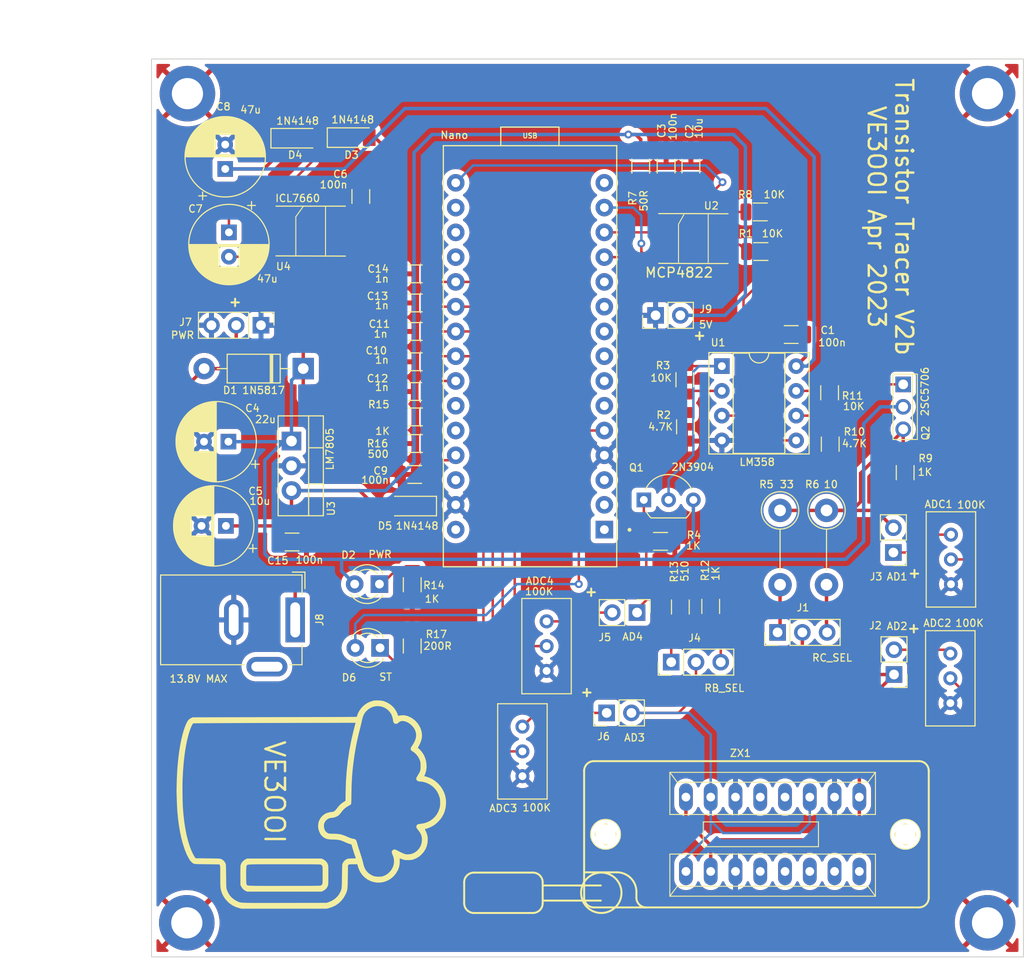
<source format=kicad_pcb>
(kicad_pcb (version 20211014) (generator pcbnew)
  (layers (0 "F.Cu" signal) (31 "B.Cu" signal) (34 "B.Paste" user) (35 "F.Paste" user) (36 "B.SilkS" user "B.Silkscreen") (37 "F.SilkS" user "F.Silkscreen") (38 "B.Mask" user) (39 "F.Mask" user) (44 "Edge.Cuts" user))
  (net 0 "")
  (net 1 "24V")
  (net 2 "GND")
  (net 3 "12V")
  (net 4 "5V")
  (net 7 "ADC1")
  (net 9 "ADC2")
  (net 11 "ADC3")
  (net 13 "ADC4")
  (net 15 "Net-(J1-Pad1)")
  (net 18 "Net-(R1-Pad1)")
  (net 20 "Net-(J1-Pad3)")
  (net 21 "VC_OUT")
  (net 25 "VB_OUT")
  (net 26 "Net-(Q1-Pad2)")
  (net 27 "Net-(Q2-Pad1)")
  (net 28 "Net-(R1-Pad2)")
  (net 29 "Net-(R2-Pad2)")
  (net 30 "Net-(R8-Pad2)")
  (net 31 "Net-(R10-Pad2)")
  (net 32 "LDAC")
  (net 33 "CS")
  (net 34 "SDI")
  (net 35 "SCK")
  (net 36 "Net-(C7-Pad1)")
  (net 37 "Net-(C7-Pad2)")
  (net 38 "Net-(C12-Pad1)")
  (net 43 "Net-(R8-Pad1)")
  (net 44 "DacPower")
  (net 45 "uCPower")
  (net 58 "VIN")
  (net 59 "Net-(J4-Pad3)")
  (net 60 "Net-(J4-Pad1)")
  (net 61 "Net-(D6-Pad2)")
  (net 62 "Net-(D6-Pad1)")
  (net 63 "Net-(D2-Pad1)")
  (net 64 "Net-(ADC4-Pad3)")
  (net 65 "Net-(ADC3-Pad3)")
  (net 66 "Net-(ADC2-Pad3)")
  (net 67 "Net-(ADC1-Pad3)")
  (net 68 "COLLECTOR{slash}DRAIN")
  (net 69 "BASE{slash}GATE")
  (footprint "Capacitor_SMD:C_1206_3216Metric" (layer "F.Cu") (at 77.6605 84.709 180)
    (fp_text reference "C13")
    (fp_text value "1n")
  )
  (footprint "Resistor_SMD:R_1206_3216Metric" (layer "F.Cu") (at 77.343 113.6035 90)
    (fp_text reference "R14")
    (fp_text value "1K")
  )
  (footprint "Diode_SMD:D_MiniMELF" (layer "F.Cu") (at 71.1835 67.7545)
    (fp_text reference "D3")
    (fp_text value "1N4148")
  )
  (footprint "Connector_BarrelJack:BarrelJack_GCT_DCJ200-10-A_Horizontal" (layer "F.Cu") (at 65.3415 117.206 -90)
    (fp_text reference "J8")
    (fp_text value "13.8V MAX")
  )
  (footprint "LED_THT:LED_D3.0mm" (layer "F.Cu") (at 73.9825 113.538 180)
    (fp_text reference "D2")
    (fp_text value "PWR")
  )
  (footprint "MountingHole:MountingHole_3.2mm_M3_ISO7380_Pad_TopBottom" (layer "F.Cu") (at 136.3345 148.2725)
    (fp_text reference "H2" hide)
    (fp_text value "MountingHole" hide)
  )
  (footprint "Capacitor_SMD:C_1206_3216Metric" (layer "F.Cu") (at 77.597 93.7895 180)
    (fp_text reference "C12")
    (fp_text value "1n")
  )
  (footprint "Package_TO_SOT_THT:TO-92_Inline_Wide" (layer "F.Cu") (at 101.092 104.902)
    (fp_text reference "Q1")
    (fp_text value "2N3904")
  )
  (footprint "MountingHole:MountingHole_3.2mm_M3_ISO7380_Pad_TopBottom" (layer "F.Cu") (at 54.229 148.2725)
    (fp_text reference "H2" hide)
    (fp_text value "MountingHole" hide)
  )
  (footprint "Resistor_SMD:R_1206_3216Metric" (layer "F.Cu") (at 105.2975 92.585 90)
    (fp_text reference "R3")
    (fp_text value "10K")
  )
  (footprint "Diode_THT:D_DO-41_SOD81_P10.16mm_Horizontal" (layer "F.Cu") (at 66.167 91.44 180)
    (fp_text reference "D1")
    (fp_text value "1N5817")
  )
  (footprint "Resistor_SMD:R_1206_3216Metric" (layer "F.Cu") (at 127.889 102.108 90)
    (fp_text reference "R9")
    (fp_text value "1K")
  )
  (footprint "Resistor_SMD:R_1206_3216Metric" (layer "F.Cu") (at 113.0935 79.4385)
    (fp_text reference "R1")
    (fp_text value "10K")
  )
  (footprint "Connector_PinHeader_2.54mm:PinHeader_1x02_P2.54mm_Vertical" (layer "F.Cu") (at 97.282 126.746 90)
    (fp_text reference "J6")
    (fp_text value "AD3")
  )
  (footprint "Capacitor_SMD:C_1206_3216Metric" (layer "F.Cu") (at 77.6605 90.7415 180)
    (fp_text reference "C10")
    (fp_text value "1n")
  )
  (footprint "Capacitor_THT:CP_Radial_D8.0mm_P2.50mm" (layer "F.Cu") (at 58.493151 98.933 180)
    (fp_text reference "C4")
    (fp_text value "22u")
  )
  (footprint "Diode_SMD:D_MiniMELF" (layer "F.Cu") (at 65.405 67.818)
    (fp_text reference "D4")
    (fp_text value "1N4148")
  )
  (footprint "Potentiometer_THT:Potentiometer_Bourns_3296W_Vertical" (layer "F.Cu") (at 132.588 113.548 -90)
    (fp_text reference "ADC1")
    (fp_text value "100K")
  )
  (footprint "Custom_RF:2SC5706" (layer "F.Cu") (at 127.689001 95.3595)
    (fp_text reference "Q2")
    (fp_text value "2SC5706")
  )
  (footprint "MountingHole:MountingHole_3.2mm_M3_ISO7380_Pad_TopBottom" (layer "F.Cu") (at 54.2925 63.246)
    (fp_text reference "H2" hide)
    (fp_text value "MountingHole" hide)
  )
  (footprint "Resistor_SMD:R_1206_3216Metric" (layer "F.Cu") (at 77.6605 99.1235 180)
    (fp_text reference "R16")
    (fp_text value "500")
  )
  (footprint "Capacitor_SMD:C_1206_3216Metric" (layer "F.Cu") (at 65.024 109.22 180)
    (fp_text reference "C15")
    (fp_text value "100n")
  )
  (footprint "MountingHole:MountingHole_3.2mm_M3_ISO7380_Pad_TopBottom" (layer "F.Cu") (at 136.3345 63.246)
    (fp_text reference "H2" hide)
    (fp_text value "MountingHole" hide)
  )
  (footprint "Resistor_SMD:R_1206_3216Metric" (layer "F.Cu") (at 105.361 97.409 90)
    (fp_text reference "R2")
    (fp_text value "4.7K")
  )
  (footprint "Potentiometer_THT:Potentiometer_Bourns_3296W_Vertical" (layer "F.Cu") (at 91.1225 122.438 -90)
    (fp_text reference "ADC4")
    (fp_text value "100K")
  )
  (footprint "Potentiometer_THT:Potentiometer_Bourns_3296W_Vertical" (layer "F.Cu") (at 88.646 133.233 -90)
    (fp_text reference "ADC3")
    (fp_text value "100K")
  )
  (footprint "Connector_PinHeader_2.54mm:PinHeader_1x02_P2.54mm_Vertical" (layer "F.Cu") (at 126.746 122.809 180)
    (fp_text reference "J2")
    (fp_text value "AD2")
  )
  (footprint "Capacitor_SMD:C_1206_3216Metric" (layer "F.Cu") (at 77.6605 87.63 180)
    (fp_text reference "C11")
    (fp_text value "1n")
  )
  (footprint "Connector_PinHeader_2.54mm:PinHeader_1x03_P2.54mm_Vertical" (layer "F.Cu") (at 61.834 86.995 -90)
    (fp_text reference "J7")
    (fp_text value "PWR")
  )
  (footprint "Capacitor_THT:CP_Radial_D8.0mm_P2.50mm" (layer "F.Cu") (at 58.166 70.9695 90)
    (fp_text reference "C8")
    (fp_text value "47u")
  )
  (footprint "Capacitor_SMD:C_1206_3216Metric" (layer "F.Cu") (at 105.918 70.6755 -90)
    (fp_text reference "C2")
    (fp_text value "10u")
  )
  (footprint "Package_DIP:DIP-8_W7.62mm_Socket" (layer "F.Cu") (at 109.093 91.186)
    (fp_text reference "U1")
    (fp_text value "LM358")
  )
  (footprint "Custom_RF:16Pin ZIF" (layer "F.Cu") (at 114.3 139.192)
    (fp_text reference "ZX1")
    (fp_text value "16PIN ZIF" hide)
  )
  (footprint "Capacitor_THT:CP_Radial_D8.0mm_P2.50mm" (layer "F.Cu") (at 58.547 77.47 -90)
    (fp_text reference "C7")
    (fp_text value "47u")
  )
  (footprint "Custom_Images:Homebrew_mug_VE3OOI" (layer "F.Cu") (at 65.748985 134.611705 -90)
    (fp_text reference "REF**" hide)
    (fp_text value "Homebrew_mug" hide)
  )
  (footprint "Capacitor_SMD:C_1206_3216Metric" (layer "F.Cu") (at 77.6605 81.7245 180)
    (fp_text reference "C14")
    (fp_text value "1n")
  )
  (footprint "Capacitor_SMD:C_1206_3216Metric" (layer "F.Cu") (at 103.378 70.6755 -90)
    (fp_text reference "C3")
    (fp_text value "100n")
  )
  (footprint "Resistor_SMD:R_1206_3216Metric" (layer "F.Cu") (at 104.8385 115.8875 90)
    (fp_text reference "R13")
    (fp_text value "510")
  )
  (footprint "Connector_PinHeader_2.54mm:PinHeader_1x02_P2.54mm_Vertical" (layer "F.Cu") (at 102.2985 85.979 90)
    (fp_text reference "J9")
    (fp_text value "5V")
  )
  (footprint "LED_THT:LED_D3.0mm" (layer "F.Cu") (at 74.046 120.0785 180)
    (fp_text reference "D6")
    (fp_text value "ST")
  )
  (footprint "Connector_PinHeader_2.54mm:PinHeader_1x02_P2.54mm_Vertical" (layer "F.Cu") (at 100.3985 116.459 -90)
    (fp_text reference "J5")
    (fp_text value "AD4")
  )
  (footprint "Resistor_SMD:R_1206_3216Metric" (layer "F.Cu") (at 107.95 115.824 90)
    (fp_text reference "R12")
    (fp_text value "1K")
  )
  (footprint "Capacitor_SMD:C_1206_3216Metric" (layer "F.Cu") (at 72.0725 73.787 -90)
    (fp_text reference "C6")
    (fp_text value "100n")
  )
  (footprint "Package_SO:SOIC-8_3.9x4.9mm_P1.27mm" (layer "F.Cu") (at 66.929 77.343)
    (fp_text reference "U4")
    (fp_text value "ICL7660")
  )
  (footprint "Potentiometer_THT:Potentiometer_Bourns_3296W_Vertical" (layer "F.Cu") (at 132.5245 125.74 -90)
    (fp_text reference "ADC2")
    (fp_text value "100K")
  )
  (footprint "Resistor_SMD:R_1206_3216Metric" (layer "F.Cu") (at 77.343 119.886 -90)
    (fp_text reference "R17")
    (fp_text value "200R")
  )
  (footprint "Connector_PinHeader_2.54mm:PinHeader_1x03_P2.54mm_Vertical" (layer "F.Cu") (at 103.901 121.539 90)
    (fp_text reference "J4")
    (fp_text value "RB_SEL")
  )
  (footprint "Resistor_SMD:R_1206_3216Metric" (layer "F.Cu") (at 120.142 93.9165 90)
    (fp_text reference "R11")
    (fp_text value "10K")
  )
  (footprint "Capacitor_SMD:C_1206_3216Metric" (layer "F.Cu") (at 77.597 102.2985 180)
    (fp_text reference "C9")
    (fp_text value "100n")
  )
  (footprint "Package_TO_SOT_THT:TO-220-3_Vertical" (layer "F.Cu") (at 64.9605 98.8695 -90)
    (fp_text reference "U3")
    (fp_text value "LM7805")
  )
  (footprint "Resistor_SMD:R_1206_3216Metric" (layer "F.Cu") (at 100.7745 70.6755 90)
    (fp_text reference "R7")
    (fp_text value "50R")
  )
  (footprint "Resistor_THT:R_Axial_DIN0411_L9.9mm_D3.6mm_P7.62mm_Vertical" (layer "F.Cu") (at 115.062 105.9815 -90)
    (fp_text reference "R5")
    (fp_text value "33")
  )
  (footprint "Connector_PinHeader_2.54mm:PinHeader_1x02_P2.54mm_Vertical" (layer "F.Cu") (at 126.6825 110.2995 180)
    (fp_text reference "J3")
    (fp_text value "AD1")
  )
  (footprint "Resistor_THT:R_Axial_DIN0411_L9.9mm_D3.6mm_P7.62mm_Vertical" (layer "F.Cu") (at 119.8245 105.9815 -90)
    (fp_text reference "R6")
    (fp_text value "10")
  )
  (footprint "Resistor_SMD:R_1206_3216Metric" (layer "F.Cu") (at 102.8065 109.1565 180)
    (fp_text reference "R4")
    (fp_text value "1K")
  )
  (footprint "Diode_SMD:D_MiniMELF" (layer "F.Cu") (at 77.2795 105.537 180)
    (fp_text reference "D5")
    (fp_text value "1N4148")
  )
  (footprint "Microcontrollers:SHIELD_ARDUINO_NANO" (layer "F.Cu") (at 89.4225 90.17 180)
    (fp_text reference "TB1" hide)
    (fp_text value "Nano")
  )
  (footprint "Connector_PinHeader_2.54mm:PinHeader_1x03_P2.54mm_Vertical" (layer "F.Cu") (at 114.808 118.491 90)
    (fp_text reference "J1")
    (fp_text value "RC_SEL")
  )
  (footprint "Resistor_SMD:R_1206_3216Metric" (layer "F.Cu") (at 77.6605 96.393 180)
    (fp_text reference "R15")
    (fp_text value "1K")
  )
  (footprint "Capacitor_SMD:C_1206_3216Metric" (layer "F.Cu") (at 116.205 87.9475 180)
    (fp_text reference "C1")
    (fp_text value "100n")
  )
  (footprint "Package_SO:SOIC-8_3.9x4.9mm_P1.27mm" (layer "F.Cu") (at 106.172 78.105)
    (fp_text reference "U2")
    (fp_text value "MCP4822")
  )
  (footprint "Resistor_SMD:R_1206_3216Metric" (layer "F.Cu") (at 120.2055 99.187 90)
    (fp_text reference "R10")
    (fp_text value "4.7K")
  )
  (footprint "Capacitor_THT:CP_Radial_D8.0mm_P2.50mm" (layer "F.Cu") (at 58.239151 107.569 180)
    (fp_text reference "C5")
    (fp_text value "10u")
  )
  (footprint "Resistor_SMD:R_1206_3216Metric" (layer "F.Cu") (at 113.03 75.3745)
    (fp_text reference "R8")
    (fp_text value "10K")
  )
  (gr_rect (start 50.6095 59.69) (end 140.0175 151.765) (layer "Edge.Cuts") (width 0.1) (fill none))
  (gr_text "+" (at 128.8415 112.395) (layer "F.SilkS") (effects (font (size 1 1) (thickness 0.2))))
  (gr_text "+" (at 106.807 88.011) (layer "F.SilkS") (effects (font (size 1 1) (thickness 0.2))))
  (gr_text "+" (at 59.182 84.582) (layer "F.SilkS") (effects (font (size 1 1) (thickness 0.2))))
  (gr_text "+" (at 95.6945 114.3) (layer "F.SilkS") (effects (font (size 1 1) (thickness 0.2))))
  (gr_text "+" (at 128.778 118.0465) (layer "F.SilkS") (effects (font (size 1 1) (thickness 0.2))))
  (gr_text "+" (at 95.25 124.587) (layer "F.SilkS") (effects (font (size 1 1) (thickness 0.2))))
  (gr_text "Transistor Tracer V2b\nVE3OOI Apr 2023" (at 126.365 75.8825 270) (layer "F.SilkS") (effects (font (size 1.75 1.75) (thickness 0.25))))
  (segment (start 63.655 69.441) (end 63.655 67.818) (width 0.35) (layer "F.Cu") (net 1))
  (segment (start 62.1265 70.9695) (end 63.655 69.441) (width 0.35) (layer "F.Cu") (net 1))
  (segment (start 58.166 70.9695) (end 62.1265 70.9695) (width 0.35) (layer "F.Cu") (net 1))
  (segment (start 116.713 91.186) (end 117.68 90.219) (width 0.35) (layer "F.Cu") (net 1))
  (segment (start 117.68 90.219) (end 117.68 87.9475) (width 0.35) (layer "F.Cu") (net 1))
  (segment (start 117.856 91.186) (end 116.713 91.186) (width 0.35) (layer "B.Cu") (net 1))
  (segment (start 118.5545 90.4875) (end 117.856 91.186) (width 0.35) (layer "B.Cu") (net 1))
  (segment (start 76.581 64.77) (end 113.6015 64.77) (width 0.35) (layer "B.Cu") (net 1))
  (segment (start 58.166 70.9695) (end 70.3815 70.9695) (width 0.35) (layer "B.Cu") (net 1))
  (segment (start 70.3815 70.9695) (end 76.581 64.77) (width 0.35) (layer "B.Cu") (net 1))
  (segment (start 113.6015 64.77) (end 118.5545 69.723) (width 0.35) (layer "B.Cu") (net 1))
  (segment (start 118.5545 69.723) (end 118.5545 90.4875) (width 0.35) (layer "B.Cu") (net 1))
  (segment (start 66.167 91.44) (end 66.167 94.4245) (width 0.35) (layer "F.Cu") (net 3))
  (segment (start 73.709 75.262) (end 74.422 74.549) (width 0.35) (layer "F.Cu") (net 3))
  (segment (start 71.8965 75.438) (end 72.0725 75.262) (width 0.35) (layer "F.Cu") (net 3))
  (segment (start 66.167 91.44) (end 66.167 82.3595) (width 0.35) (layer "F.Cu") (net 3))
  (segment (start 71.374 81.3435) (end 72.136 80.5815) (width 0.35) (layer "F.Cu") (net 3))
  (segment (start 69.404 75.438) (end 71.8965 75.438) (width 0.35) (layer "F.Cu") (net 3))
  (segment (start 72.0725 75.262) (end 73.709 75.262) (width 0.35) (layer "F.Cu") (net 3))
  (segment (start 75.944 96.647) (end 76.198 96.393) (width 0.35) (layer "F.Cu") (net 3))
  (segment (start 72.136 75.3255) (end 72.0725 75.262) (width 0.35) (layer "F.Cu") (net 3))
  (segment (start 68.3895 96.647) (end 75.944 96.647) (width 0.35) (layer "F.Cu") (net 3))
  (segment (start 72.136 80.5815) (end 72.136 75.3255) (width 0.35) (layer "F.Cu") (net 3))
  (segment (start 74.422 68.6435) (end 73.533 67.7545) (width 0.35) (layer "F.Cu") (net 3))
  (segment (start 67.183 81.3435) (end 71.374 81.3435) (width 0.35) (layer "F.Cu") (net 3))
  (segment (start 66.167 94.4245) (end 68.3895 96.647) (width 0.35) (layer "F.Cu") (net 3))
  (segment (start 66.167 82.3595) (end 67.183 81.3435) (width 0.35) (layer "F.Cu") (net 3))
  (segment (start 73.533 67.7545) (end 72.9335 67.7545) (width 0.35) (layer "F.Cu") (net 3))
  (segment (start 74.422 74.549) (end 74.422 68.6435) (width 0.35) (layer "F.Cu") (net 3))
  (segment (start 62.23 110.4265) (end 62.8015 110.998) (width 0.35) (layer "B.Cu") (net 3))
  (segment (start 64.897 98.933) (end 64.9605 98.8695) (width 0.35) (layer "B.Cu") (net 3))
  (segment (start 106.172 109.0295) (end 106.172 104.902) (width 0.35) (layer "B.Cu") (net 3))
  (segment (start 125.3665 95.3595) (end 127.689001 95.3595) (width 0.35) (layer "B.Cu") (net 3))
  (segment (start 104.2035 110.998) (end 121.793 110.998) (width 0.35) (layer "B.Cu") (net 3))
  (segment (start 64.9605 98.8695) (end 64.1985 98.8695) (width 0.35) (layer "B.Cu") (net 3))
  (segment (start 123.6345 97.0915) (end 125.3665 95.3595) (width 0.35) (layer "B.Cu") (net 3))
  (segment (start 104.2035 110.998) (end 106.172 109.0295) (width 0.35) (layer "B.Cu") (net 3))
  (segment (start 64.1985 98.8695) (end 62.23 100.838) (width 0.35) (layer "B.Cu") (net 3))
  (segment (start 121.793 110.998) (end 123.6345 109.1565) (width 0.35) (layer "B.Cu") (net 3))
  (segment (start 71.4425 113.538) (end 70.104 112.1995) (width 0.35) (layer "B.Cu") (net 3))
  (segment (start 64.9605 98.8695) (end 64.9605 92.6465) (width 0.35) (layer "B.Cu") (net 3))
  (segment (start 58.493151 98.933) (end 64.897 98.933) (width 0.35) (layer "B.Cu") (net 3))
  (segment (start 64.9605 92.6465) (end 66.167 91.44) (width 0.35) (layer "B.Cu") (net 3))
  (segment (start 123.6345 109.1565) (end 123.6345 97.0915) (width 0.35) (layer "B.Cu") (net 3))
  (segment (start 62.8015 110.998) (end 70.104 110.998) (width 0.35) (layer "B.Cu") (net 3))
  (segment (start 62.23 100.838) (end 62.23 110.4265) (width 0.35) (layer "B.Cu") (net 3))
  (segment (start 70.104 110.998) (end 104.2035 110.998) (width 0.35) (layer "B.Cu") (net 3))
  (segment (start 70.104 112.1995) (end 70.104 110.998) (width 0.35) (layer "B.Cu") (net 3))
  (segment (start 99.5045 67.437) (end 100.2665 67.437) (width 0.35) (layer "F.Cu") (net 4))
  (segment (start 100.2665 67.437) (end 100.7745 67.945) (width 0.35) (layer "F.Cu") (net 4))
  (segment (start 64.9605 103.9495) (end 71.9455 103.9495) (width 0.35) (layer "F.Cu") (net 4))
  (segment (start 58.239151 107.569) (end 63.5 107.569) (width 0.35) (layer "F.Cu") (net 4))
  (segment (start 63.5 107.569) (end 64.9605 106.1085) (width 0.35) (layer "F.Cu") (net 4))
  (segment (start 63.549 109.22) (end 63.549 107.618) (width 0.35) (layer "F.Cu") (net 4))
  (segment (start 71.9455 103.9495) (end 73.533 105.537) (width 0.35) (layer "F.Cu") (net 4))
  (segment (start 73.533 105.537) (end 75.5295 105.537) (width 0.35) (layer "F.Cu") (net 4))
  (segment (start 100.7745 67.945) (end 100.7745 69.213) (width 0.35) (layer "F.Cu") (net 4))
  (segment (start 63.549 107.618) (end 63.5 107.569) (width 0.35) (layer "F.Cu") (net 4))
  (segment (start 64.9605 106.1085) (end 64.9605 103.9495) (width 0.35) (layer "F.Cu") (net 4))
  (via (at 99.5045 67.437) (size 0.8) (drill 0.4) (layers "F.Cu" "B.Cu") (net 4))
  (segment (start 111.506 83.8835) (end 109.4105 85.979) (width 0.35) (layer "B.Cu") (net 4))
  (segment (start 74.6125 103.9495) (end 77.2795 101.2825) (width 0.35) (layer "B.Cu") (net 4))
  (segment (start 77.5335 69.2785) (end 79.375 67.437) (width 0.35) (layer "B.Cu") (net 4))
  (segment (start 99.5045 67.437) (end 110.2995 67.437) (width 0.35) (layer "B.Cu") (net 4))
  (segment (start 77.5335 101.0285) (end 77.5335 69.2785) (width 0.35) (layer "B.Cu") (net 4))
  (segment (start 77.2795 101.2825) (end 77.5335 101.0285) (width 0.35) (layer "B.Cu") (net 4))
  (segment (start 79.375 67.437) (end 99.5045 67.437) (width 0.35) (layer "B.Cu") (net 4))
  (segment (start 64.9605 103.9495) (end 74.6125 103.9495) (width 0.35) (layer "B.Cu") (net 4))
  (segment (start 110.2995 67.437) (end 111.506 68.6435) (width 0.35) (layer "B.Cu") (net 4))
  (segment (start 109.4105 85.979) (end 104.8385 85.979) (width 0.35) (layer "B.Cu") (net 4))
  (segment (start 111.506 68.6435) (end 111.506 83.8835) (width 0.35) (layer "B.Cu") (net 4))
  (segment (start 87.85225 118.33225) (end 87.85225 85.18525) (width 0.25) (layer "F.Cu") (net 7))
  (segment (start 78.945 81.7245) (end 79.7705 82.55) (width 0.25) (layer "F.Cu") (net 7))
  (segment (start 89.418 119.898) (end 87.85225 118.33225) (width 0.25) (layer "F.Cu") (net 7))
  (segment (start 91.1225 119.898) (end 89.418 119.898) (width 0.25) (layer "F.Cu") (net 7))
  (segment (start 79.7705 82.55) (end 81.8025 82.55) (width 0.25) (layer "F.Cu") (net 7))
  (segment (start 81.8025 82.55) (end 85.217 82.55) (width 0.25) (layer "F.Cu") (net 7))
  (segment (start 85.217 82.55) (end 87.85225 85.18525) (width 0.25) (layer "F.Cu") (net 7))
  (segment (start 86.5605 130.693) (end 88.646 130.693) (width 0.25) (layer "F.Cu") (net 9))
  (segment (start 85.2805 85.09) (end 86.614 86.4235) (width 0.25) (layer "F.Cu") (net 9))
  (segment (start 84.455 128.5875) (end 86.5605 130.693) (width 0.25) (layer "F.Cu") (net 9))
  (segment (start 79.1355 84.709) (end 79.5165 85.09) (width 0.25) (layer "F.Cu") (net 9))
  (segment (start 81.8025 85.09) (end 85.2805 85.09) (width 0.25) (layer "F.Cu") (net 9))
  (segment (start 79.5165 85.09) (end 81.8025 85.09) (width 0.25) (layer "F.Cu") (net 9))
  (segment (start 84.455 124.206) (end 84.455 128.5875) (width 0.25) (layer "F.Cu") (net 9))
  (segment (start 86.614 122.047) (end 84.455 124.206) (width 0.25) (layer "F.Cu") (net 9))
  (segment (start 86.614 86.4235) (end 86.614 122.047) (width 0.25) (layer "F.Cu") (net 9))
  (segment (start 136.271 126.9465) (end 132.5245 123.2) (width 0.25) (layer "F.Cu") (net 11))
  (segment (start 136.271 140.589) (end 136.271 126.9465) (width 0.25) (layer "F.Cu") (net 11))
  (segment (start 85.598 121.7295) (end 83.6295 123.698) (width 0.25) (layer "F.Cu") (net 11))
  (segment (start 84.709 87.63) (end 85.598 88.519) (width 0.25) (layer "F.Cu") (net 11))
  (segment (start 81.8025 87.63) (end 84.709 87.63) (width 0.25) (layer "F.Cu") (net 11))
  (segment (start 79.1355 87.63) (end 81.8025 87.63) (width 0.25) (layer "F.Cu") (net 11))
  (segment (start 83.6295 147.574) (end 85.0265 148.971) (width 0.25) (layer "F.Cu") (net 11))
  (segment (start 85.598 88.519) (end 85.598 121.7295) (width 0.25) (layer "F.Cu") (net 11))
  (segment (start 127.889 148.971) (end 136.271 140.589) (width 0.25) (layer "F.Cu") (net 11))
  (segment (start 85.0265 148.971) (end 127.889 148.971) (width 0.25) (layer "F.Cu") (net 11))
  (segment (start 83.6295 123.698) (end 83.6295 147.574) (width 0.25) (layer "F.Cu") (net 11))
  (segment (start 79.0085 90.7415) (end 79.58 90.17) (width 0.25) (layer "F.Cu") (net 13))
  (segment (start 82.677 148.1455) (end 82.677 123.063) (width 0.25) (layer "F.Cu") (net 13))
  (segment (start 84.455 149.9235) (end 82.677 148.1455) (width 0.25) (layer "F.Cu") (net 13))
  (segment (start 132.588 111.008) (end 134.376 111.008) (width 0.25) (layer "F.Cu") (net 13))
  (segment (start 128.5875 149.9235) (end 84.455 149.9235) (width 0.25) (layer "F.Cu") (net 13))
  (segment (start 138.2395 114.8715) (end 138.2395 140.2715) (width 0.25) (layer "F.Cu") (net 13))
  (segment (start 82.677 123.063) (end 84.6455 121.0945) (width 0.25) (layer "F.Cu") (net 13))
  (segment (start 134.376 111.008) (end 138.2395 114.8715) (width 0.25) (layer "F.Cu") (net 13))
  (segment (start 84.6455 90.83675) (end 83.97875 90.17) (width 0.25) (layer "F.Cu") (net 13))
  (segment (start 79.58 90.17) (end 81.8025 90.17) (width 0.25) (layer "F.Cu") (net 13))
  (segment (start 138.2395 140.2715) (end 128.5875 149.9235) (width 0.25) (layer "F.Cu") (net 13))
  (segment (start 84.6455 121.0945) (end 84.6455 90.83675) (width 0.25) (layer "F.Cu") (net 13))
  (segment (start 83.97875 90.17) (end 81.8025 90.17) (width 0.25) (layer "F.Cu") (net 13))
  (segment (start 115.062 113.6015) (end 115.062 118.237) (width 0.35) (layer "F.Cu") (net 15))
  (segment (start 115.062 118.237) (end 114.808 118.491) (width 0.35) (layer "F.Cu") (net 15))
  (segment (start 108.647 78.74) (end 110.9325 78.74) (width 0.25) (layer "F.Cu") (net 18))
  (segment (start 110.9325 78.74) (end 111.631 79.4385) (width 0.25) (layer "F.Cu") (net 18))
  (segment (start 119.8245 118.4275) (end 119.888 118.491) (width 0.35) (layer "F.Cu") (net 20))
  (segment (start 119.8245 113.6015) (end 119.8245 118.4275) (width 0.35) (layer "F.Cu") (net 20))
  (segment (start 127.689001 97.6595) (end 127.689001 97.799499) (width 0.35) (layer "F.Cu") (net 21))
  (segment (start 124.9045 105.9815) (end 126.6825 107.7595) (width 0.35) (layer "F.Cu") (net 21))
  (segment (start 123.317 105.0925) (end 122.428 105.9815) (width 0.35) (layer "F.Cu") (net 21))
  (segment (start 127.689001 97.799499) (end 123.317 102.1715) (width 0.35) (layer "F.Cu") (net 21))
  (segment (start 123.317 102.1715) (end 123.317 105.0925) (width 0.35) (layer "F.Cu") (net 21))
  (segment (start 119.8245 105.9815) (end 115.062 105.9815) (width 0.35) (layer "F.Cu") (net 21))
  (segment (start 127.689001 97.6595) (end 127.689001 100.445501) (width 0.35) (layer "F.Cu") (net 21))
  (segment (start 119.8245 105.9815) (end 124.9045 105.9815) (width 0.35) (layer "F.Cu") (net 21))
  (segment (start 122.428 105.9815) (end 119.8245 105.9815) (width 0.35) (layer "F.Cu") (net 21))
  (segment (start 127.689001 100.445501) (end 127.889 100.6455) (width 0.35) (layer "F.Cu") (net 21))
  (segment (start 100.3985 116.459) (end 100.3985 116.1365) (width 0.25) (layer "F.Cu") (net 25))
  (segment (start 100.3985 116.1365) (end 102.1715 114.3635) (width 0.25) (layer "F.Cu") (net 25))
  (segment (start 102.2985 114.3635) (end 104.777 114.3635) (width 0.25) (layer "F.Cu") (net 25))
  (segment (start 107.8865 114.425) (end 107.95 114.3615) (width 0.25) (layer "F.Cu") (net 25))
  (segment (start 101.344 109.1565) (end 101.344 113.409) (width 0.25) (layer "F.Cu") (net 25))
  (segment (start 104.777 114.3635) (end 104.8385 114.425) (width 0.25) (layer "F.Cu") (net 25))
  (segment (start 101.092 108.9045) (end 101.344 109.1565) (width 0.25) (layer "F.Cu") (net 25))
  (segment (start 101.344 113.409) (end 102.2985 114.3635) (width 0.25) (layer "F.Cu") (net 25))
  (segment (start 101.092 104.902) (end 101.092 108.9045) (width 0.25) (layer "F.Cu") (net 25))
  (segment (start 102.1715 114.3635) (end 102.2985 114.3635) (width 0.25) (layer "F.Cu") (net 25))
  (segment (start 104.8385 114.425) (end 107.8865 114.425) (width 0.25) (layer "F.Cu") (net 25))
  (segment (start 105.361 91.186) (end 105.2975 91.1225) (width 0.25) (layer "F.Cu") (net 26))
  (segment (start 109.093 91.186) (end 105.361 91.186) (width 0.25) (layer "F.Cu") (net 26))
  (segment (start 106.172 100.2665) (end 106.172 91.7575) (width 0.25) (layer "B.Cu") (net 26))
  (segment (start 106.7435 91.186) (end 109.093 91.186) (width 0.25) (layer "B.Cu") (net 26))
  (segment (start 106.172 91.7575) (end 106.7435 91.186) (width 0.25) (layer "B.Cu") (net 26))
  (segment (start 103.632 104.902) (end 103.632 102.8065) (width 0.25) (layer "B.Cu") (net 26))
  (segment (start 103.632 102.8065) (end 106.172 100.2665) (width 0.25) (layer "B.Cu") (net 26))
  (segment (start 120.142 92.454) (end 120.7475 93.0595) (width 0.25) (layer "F.Cu") (net 27))
  (segment (start 120.7475 93.0595) (end 127.689001 93.0595) (width 0.25) (layer "F.Cu") (net 27))
  (segment (start 118.87 93.726) (end 120.142 92.454) (width 0.25) (layer "F.Cu") (net 27))
  (segment (start 116.713 93.726) (end 118.87 93.726) (width 0.25) (layer "F.Cu") (net 27))
  (segment (start 114.556 81.0875) (end 111.3155 84.328) (width 0.25) (layer "F.Cu") (net 28))
  (segment (start 111.3155 84.328) (end 111.3155 95.5675) (width 0.25) (layer "F.Cu") (net 28))
  (segment (start 114.556 79.4385) (end 114.556 81.0875) (width 0.25) (layer "F.Cu") (net 28))
  (segment (start 111.3155 95.5675) (end 110.617 96.266) (width 0.25) (layer "F.Cu") (net 28))
  (segment (start 110.617 96.266) (end 109.093 96.266) (width 0.25) (layer "F.Cu") (net 28))
  (segment (start 105.619 93.726) (end 109.093 93.726) (width 0.25) (layer "F.Cu") (net 29))
  (segment (start 105.2975 95.883) (end 105.361 95.9465) (width 0.25) (layer "F.Cu") (net 29))
  (segment (start 105.2975 94.0475) (end 105.2975 95.883) (width 0.25) (layer "F.Cu") (net 29))
  (segment (start 105.2975 94.0475) (end 105.619 93.726) (width 0.25) (layer "F.Cu") (net 29))
  (segment (start 113.8555 98.806) (end 116.713 98.806) (width 0.25) (layer "F.Cu") (net 30))
  (segment (start 116.3955 81.153) (end 113.03 84.5185) (width 0.25) (layer "F.Cu") (net 30))
  (segment (start 115.3795 75.3745) (end 116.3955 76.3905) (width 0.25) (layer "F.Cu") (net 30))
  (segment (start 113.03 97.9805) (end 113.8555 98.806) (width 0.25) (layer "F.Cu") (net 30))
  (segment (start 113.03 84.5185) (end 113.03 97.9805) (width 0.25) (layer "F.Cu") (net 30))
  (segment (start 114.4925 75.3745) (end 115.3795 75.3745) (width 0.25) (layer "F.Cu") (net 30))
  (segment (start 116.3955 76.3905) (end 116.3955 81.153) (width 0.25) (layer "F.Cu") (net 30))
  (segment (start 117.983 96.266) (end 118.87 95.379) (width 0.25) (layer "F.Cu") (net 31))
  (segment (start 120.142 97.661) (end 120.2055 97.7245) (width 0.25) (layer "F.Cu") (net 31))
  (segment (start 118.87 95.379) (end 120.142 95.379) (width 0.25) (layer "F.Cu") (net 31))
  (segment (start 116.713 96.266) (end 117.983 96.266) (width 0.25) (layer "F.Cu") (net 31))
  (segment (start 120.142 95.379) (end 120.142 97.661) (width 0.25) (layer "F.Cu") (net 31))
  (segment (start 108.647 81.726) (end 108.647 80.01) (width 0.25) (layer "F.Cu") (net 32))
  (segment (start 98.8695 80.01) (end 101.6 82.7405) (width 0.25) (layer "F.Cu") (net 32))
  (segment (start 101.6 82.7405) (end 107.6325 82.7405) (width 0.25) (layer "F.Cu") (net 32))
  (segment (start 107.6325 82.7405) (end 108.647 81.726) (width 0.25) (layer "F.Cu") (net 32))
  (segment (start 97.0425 80.01) (end 98.8695 80.01) (width 0.25) (layer "F.Cu") (net 32))
  (segment (start 97.0425 77.47) (end 103.697 77.47) (width 0.25) (layer "F.Cu") (net 33))
  (segment (start 100.838 79.4385) (end 101.5365 80.137) (width 0.25) (layer "F.Cu") (net 34))
  (segment (start 101.5365 80.137) (end 103.57 80.137) (width 0.25) (layer "F.Cu") (net 34))
  (segment (start 100.838 78.613) (end 100.838 79.4385) (width 0.25) (layer "F.Cu") (net 34))
  (segment (start 103.57 80.137) (end 103.697 80.01) (width 0.25) (layer "F.Cu") (net 34))
  (via (at 100.838 78.613) (size 0.8) (drill 0.4) (layers "F.Cu" "B.Cu") (net 34))
  (segment (start 100.838 75.7555) (end 100.838 78.613) (width 0.25) (layer "B.Cu") (net 34))
  (segment (start 97.0425 74.93) (end 100.0125 74.93) (width 0.25) (layer "B.Cu") (net 34))
  (segment (start 100.0125 74.93) (end 100.838 75.7555) (width 0.25) (layer "B.Cu") (net 34))
  (segment (start 105.918 78.1685) (end 105.3465 78.74) (width 0.25) (layer "F.Cu") (net 35))
  (segment (start 109.1565 72.3265) (end 107.8865 73.5965) (width 0.25) (layer "F.Cu") (net 35))
  (segment (start 107.8865 73.5965) (end 106.6165 73.5965) (width 0.25) (layer "F.Cu") (net 35))
  (segment (start 105.918 74.295) (end 105.918 78.1685) (width 0.25) (layer "F.Cu") (net 35))
  (segment (start 106.6165 73.5965) (end 105.918 74.295) (width 0.25) (layer "F.Cu") (net 35))
  (segment (start 105.3465 78.74) (end 103.697 78.74) (width 0.25) (layer "F.Cu") (net 35))
  (via (at 109.1565 72.3265) (size 0.8) (drill 0.4) (layers "F.Cu" "B.Cu") (net 35))
  (segment (start 83.5805 70.612) (end 105.8545 70.612) (width 0.25) (layer "B.Cu") (net 35))
  (segment (start 81.8025 72.39) (end 83.5805 70.612) (width 0.25) (layer "B.Cu") (net 35))
  (segment (start 107.442 70.612) (end 109.1565 72.3265) (width 0.25) (layer "B.Cu") (net 35))
  (segment (start 105.8545 70.612) (end 107.442 70.612) (width 0.25) (layer "B.Cu") (net 35))
  (segment (start 58.547 76.073) (end 62.2935 72.3265) (width 0.25) (layer "F.Cu") (net 36))
  (segment (start 58.547 77.47) (end 58.547 76.073) (width 0.25) (layer "F.Cu") (net 36))
  (segment (start 62.2935 72.3265) (end 64.9605 72.3265) (width 0.25) (layer "F.Cu") (net 36))
  (segment (start 67.155 70.132) (end 67.155 67.818) (width 0.25) (layer "F.Cu") (net 36))
  (segment (start 67.155 67.818) (end 69.37 67.818) (width 0.25) (layer "F.Cu") (net 36))
  (segment (start 64.9605 72.3265) (end 67.155 70.132) (width 0.25) (layer "F.Cu") (net 36))
  (segment (start 69.37 67.818) (end 69.4335 67.7545) (width 0.25) (layer "F.Cu") (net 36))
  (segment (start 62.5475 76.708) (end 61.0235 78.232) (width 0.25) (layer "F.Cu") (net 37))
  (segment (start 61.0235 78.232) (end 61.0235 79.3115) (width 0.25) (layer "F.Cu") (net 37))
  (segment (start 64.454 76.708) (end 62.5475 76.708) (width 0.25) (layer "F.Cu") (net 37))
  (segment (start 61.0235 79.3115) (end 60.365 79.97) (width 0.25) (layer "F.Cu") (net 37))
  (segment (start 60.365 79.97) (end 58.547 79.97) (width 0.25) (layer "F.Cu") (net 37))
  (segment (start 78.945 93.726) (end 78.945 96.3805) (width 0.25) (layer "F.Cu") (net 38))
  (segment (start 78.945 96.3805) (end 78.9325 96.393) (width 0.25) (layer "F.Cu") (net 38))
  (segment (start 79.0595 96.52) (end 79.0595 99.187) (width 0.25) (layer "F.Cu") (net 38))
  (segment (start 79.961 92.71) (end 81.8025 92.71) (width 0.25) (layer "F.Cu") (net 38))
  (segment (start 78.945 93.726) (end 79.961 92.71) (width 0.25) (layer "F.Cu") (net 38))
  (segment (start 78.9325 96.393) (end 79.0595 96.52) (width 0.25) (layer "F.Cu") (net 38))
  (segment (start 109.4725 75.3745) (end 111.5675 75.3745) (width 0.25) (layer "F.Cu") (net 43))
  (segment (start 108.647 76.2) (end 109.4725 75.3745) (width 0.25) (layer "F.Cu") (net 43))
  (segment (start 100.7745 72.138) (end 103.3655 72.138) (width 0.25) (layer "F.Cu") (net 44))
  (segment (start 103.378 72.1505) (end 103.378 75.881) (width 0.25) (layer "F.Cu") (net 44))
  (segment (start 103.378 75.881) (end 103.697 76.2) (width 0.25) (layer "F.Cu") (net 44))
  (segment (start 103.3655 72.138) (end 103.378 72.1505) (width 0.25) (layer "F.Cu") (net 44))
  (segment (start 103.378 72.1505) (end 105.918 72.1505) (width 0.25) (layer "F.Cu") (net 44))
  (segment (start 79.072 102.2985) (end 78.839 102.5315) (width 0.25) (layer "F.Cu") (net 45))
  (segment (start 79.072 102.2985) (end 80.5325 100.838) (width 0.25) (layer "F.Cu") (net 45))
  (segment (start 81.2945 100.838) (end 81.8025 100.33) (width 0.25) (layer "F.Cu") (net 45))
  (segment (start 80.5325 100.838) (end 81.2945 100.838) (width 0.25) (layer "F.Cu") (net 45))
  (segment (start 78.839 102.5315) (end 78.839 105.6005) (width 0.25) (layer "F.Cu") (net 45))
  (segment (start 56.007 91.44) (end 57.5945 91.44) (width 0.35) (layer "F.Cu") (net 58))
  (segment (start 59.294 89.7405) (end 59.294 86.995) (width 0.35) (layer "F.Cu") (net 58))
  (segment (start 52.959 94.488) (end 52.959 111.5695) (width 0.35) (layer "F.Cu") (net 58))
  (segment (start 56.007 91.44) (end 52.959 94.488) (width 0.35) (layer "F.Cu") (net 58))
  (segment (start 65.3415 113.538) (end 65.3415 117.206) (width 0.35) (layer "F.Cu") (net 58))
  (segment (start 54.483 113.0935) (end 64.897 113.0935) (width 0.35) (layer "F.Cu") (net 58))
  (segment (start 64.897 113.0935) (end 65.3415 113.538) (width 0.35) (layer "F.Cu") (net 58))
  (segment (start 57.5945 91.44) (end 59.294 89.7405) (width 0.35) (layer "F.Cu") (net 58))
  (segment (start 52.959 111.5695) (end 54.483 113.0935) (width 0.35) (layer "F.Cu") (net 58))
  (segment (start 107.95 117.2865) (end 107.95 118.1735) (width 0.25) (layer "F.Cu") (net 59))
  (segment (start 108.981 119.2045) (end 108.981 121.539) (width 0.25) (layer "F.Cu") (net 59))
  (segment (start 107.95 118.1735) (end 108.981 119.2045) (width 0.25) (layer "F.Cu") (net 59))
  (segment (start 104.8385 117.602) (end 103.901 118.5395) (width 0.25) (layer "F.Cu") (net 60))
  (segment (start 104.8385 117.35) (end 104.8385 117.602) (width 0.25) (layer "F.Cu") (net 60))
  (segment (start 103.901 118.5395) (end 103.901 121.539) (width 0.25) (layer "F.Cu") (net 60))
  (segment (start 94.4245 98.4885) (end 94.4245 113.538) (width 0.25) (layer "F.Cu") (net 61))
  (segment (start 97.0425 97.79) (end 95.123 97.79) (width 0.25) (layer "F.Cu") (net 61))
  (segment (start 94.8055 98.1075) (end 94.4245 98.4885) (width 0.25) (layer "F.Cu") (net 61))
  (segment (start 95.123 97.79) (end 94.8055 98.1075) (width 0.25) (layer "F.Cu") (net 61))
  (via (at 94.4245 113.538) (size 0.8) (drill 0.4) (layers "F.Cu" "B.Cu") (net 61))
  (segment (start 71.506 120.0785) (end 71.506 117.597) (width 0.25) (layer "B.Cu") (net 61))
  (segment (start 88.0745 113.538) (end 94.4245 113.538) (width 0.25) (layer "B.Cu") (net 61))
  (segment (start 71.506 117.597) (end 72.39 116.713) (width 0.25) (layer "B.Cu") (net 61))
  (segment (start 84.8995 116.713) (end 88.0745 113.538) (width 0.25) (layer "B.Cu") (net 61))
  (segment (start 72.39 116.713) (end 84.8995 116.713) (width 0.25) (layer "B.Cu") (net 61))
  (segment (start 77.089 121.6025) (end 77.343 121.3485) (width 0.25) (layer "F.Cu") (net 62))
  (segment (start 75.6285 121.6025) (end 77.089 121.6025) (width 0.25) (layer "F.Cu") (net 62))
  (segment (start 74.046 120.0785) (end 74.1045 120.0785) (width 0.25) (layer "F.Cu") (net 62))
  (segment (start 74.1045 120.0785) (end 75.6285 121.6025) (width 0.25) (layer "F.Cu") (net 62))
  (segment (start 73.9825 113.538) (end 74.2315 113.538) (width 0.25) (layer "F.Cu") (net 63))
  (segment (start 77.2795 112.0775) (end 77.343 112.141) (width 0.25) (layer "F.Cu") (net 63))
  (segment (start 74.2315 113.538) (end 75.692 112.0775) (width 0.25) (layer "F.Cu") (net 63))
  (segment (start 75.692 112.0775) (end 77.2795 112.0775) (width 0.25) (layer "F.Cu") (net 63))
  (segment (start 92.8905 117.358) (end 93.7895 116.459) (width 0.25) (layer "F.Cu") (net 64))
  (segment (start 93.7895 116.459) (end 97.8585 116.459) (width 0.25) (layer "F.Cu") (net 64))
  (segment (start 91.1225 117.358) (end 92.8905 117.358) (width 0.25) (layer "F.Cu") (net 64))
  (segment (start 90.2335 126.8095) (end 90.297 126.746) (width 0.25) (layer "F.Cu") (net 65))
  (segment (start 88.646 128.153) (end 89.9895 126.8095) (width 0.25) (layer "F.Cu") (net 65))
  (segment (start 90.297 126.746) (end 97.282 126.746) (width 0.25) (layer "F.Cu") (net 65))
  (segment (start 89.9895 126.8095) (end 90.2335 126.8095) (width 0.25) (layer "F.Cu") (net 65))
  (segment (start 132.1335 120.269) (end 132.5245 120.66) (width 0.25) (layer "F.Cu") (net 66))
  (segment (start 126.746 120.269) (end 132.1335 120.269) (width 0.25) (layer "F.Cu") (net 66))
  (segment (start 128.9685 110.2995) (end 130.8 108.468) (width 0.25) (layer "F.Cu") (net 67))
  (segment (start 130.8 108.468) (end 132.588 108.468) (width 0.25) (layer "F.Cu") (net 67))
  (segment (start 126.6825 110.2995) (end 128.9685 110.2995) (width 0.25) (layer "F.Cu") (net 67))
  (segment (start 126.746 122.809) (end 123.19 126.365) (width 0.35) (layer "F.Cu") (net 68))
  (segment (start 105.41 135.382) (end 105.41 137.795) (width 0.35) (layer "F.Cu") (net 68))
  (segment (start 126.746 122.809) (end 118.4275 122.809) (width 0.35) (layer "F.Cu") (net 68))
  (segment (start 108.5215 139.7635) (end 107.95 140.335) (width 0.35) (layer "F.Cu") (net 68))
  (segment (start 118.4275 122.809) (end 117.348 121.7295) (width 0.35) (layer "F.Cu") (net 68))
  (segment (start 121.92 139.7635) (end 108.5215 139.7635) (width 0.35) (layer "F.Cu") (net 68))
  (segment (start 105.41 137.795) (end 107.95 140.335) (width 0.35) (layer "F.Cu") (net 68))
  (segment (start 123.19 126.365) (end 123.19 135.382) (width 0.35) (layer "F.Cu") (net 68))
  (segment (start 107.95 140.335) (end 107.95 143.002) (width 0.35) (layer "F.Cu") (net 68))
  (segment (start 117.348 121.7295) (end 117.348 118.491) (width 0.35) (layer "F.Cu") (net 68))
  (segment (start 123.19 138.4935) (end 121.92 139.7635) (width 0.35) (layer "F.Cu") (net 68))
  (segment (start 123.19 135.382) (end 123.19 138.4935) (width 0.35) (layer "F.Cu") (net 68))
  (segment (start 104.648 126.746) (end 106.441 124.953) (width 0.25) (layer "F.Cu") (net 69))
  (segment (start 99.822 126.746) (end 104.648 126.746) (width 0.25) (layer "F.Cu") (net 69))
  (segment (start 106.441 124.953) (end 106.441 121.539) (width 0.25) (layer "F.Cu") (net 69))
  (segment (start 107.95 128.9685) (end 107.95 135.382) (width 0.25) (layer "B.Cu") (net 69))
  (segment (start 117.094 139.065) (end 118.11 138.049) (width 0.25) (layer "B.Cu") (net 69))
  (segment (start 99.822 126.746) (end 105.7275 126.746) (width 0.25) (layer "B.Cu") (net 69))
  (segment (start 109.22 139.065) (end 117.094 139.065) (width 0.25) (layer "B.Cu") (net 69))
  (segment (start 107.95 137.0965) (end 107.95 137.795) (width 0.25) (layer "B.Cu") (net 69))
  (segment (start 105.7275 126.746) (end 107.95 128.9685) (width 0.25) (layer "B.Cu") (net 69))
  (segment (start 118.11 138.049) (end 118.11 135.382) (width 0.25) (layer "B.Cu") (net 69))
  (segment (start 105.41 141.605) (end 107.95 139.065) (width 0.25) (layer "B.Cu") (net 69))
  (segment (start 107.95 137.795) (end 109.22 139.065) (width 0.25) (layer "B.Cu") (net 69))
  (segment (start 107.95 135.382) (end 107.95 137.0965) (width 0.25) (layer "B.Cu") (net 69))
  (segment (start 105.41 143.002) (end 105.41 141.605) (width 0.25) (layer "B.Cu") (net 69))
  (segment (start 107.95 139.065) (end 107.95 137.0965) (width 0.25) (layer "B.Cu") (net 69))
  (zone (net 2) (net_name "GND") (layers F&B.Cu) (connect_pads (clearance 0.508)) (min_thickness 0.254) (fill yes (thermal_gap 0.508) (thermal_bridge_width 0.508))
    (polygon (pts (xy 140.0175 151.765) (xy 50.6095 151.765) (xy 50.6095 59.69) (xy 140.0175 59.69)))
  )
)
</source>
